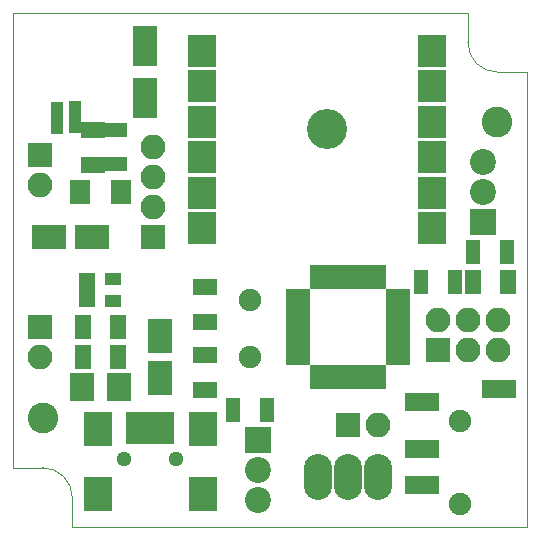
<source format=gts>
G04 #@! TF.FileFunction,Soldermask,Top*
%FSLAX46Y46*%
G04 Gerber Fmt 4.6, Leading zero omitted, Abs format (unit mm)*
G04 Created by KiCad (PCBNEW 4.0.6) date 04/17/17 12:50:54*
%MOMM*%
%LPD*%
G01*
G04 APERTURE LIST*
%ADD10C,0.100000*%
%ADD11C,0.050000*%
%ADD12C,2.600000*%
%ADD13R,1.700000X2.100000*%
%ADD14R,0.900380X2.701240*%
%ADD15R,2.398980X2.899360*%
%ADD16C,1.299160*%
%ADD17R,2.000000X0.950000*%
%ADD18R,0.950000X2.000000*%
%ADD19R,1.460000X1.050000*%
%ADD20R,1.400000X2.000000*%
%ADD21R,2.000000X1.400000*%
%ADD22R,2.051000X2.429460*%
%ADD23R,2.100000X1.300000*%
%ADD24R,1.300000X2.100000*%
%ADD25R,2.000000X3.000000*%
%ADD26R,3.000000X2.000000*%
%ADD27R,2.100000X2.100000*%
%ADD28O,2.100000X2.100000*%
%ADD29R,2.200000X2.200000*%
%ADD30C,2.200000*%
%ADD31R,1.000000X2.700000*%
%ADD32R,1.000000X2.800000*%
%ADD33R,2.900000X1.600000*%
%ADD34C,1.900000*%
%ADD35O,2.400000X3.900000*%
%ADD36R,2.000000X3.400000*%
%ADD37R,2.400000X2.700000*%
%ADD38C,3.400000*%
G04 APERTURE END LIST*
D10*
D11*
X117000000Y-116000000D02*
X117000000Y-118500000D01*
X114500000Y-113500000D02*
X112000000Y-113500000D01*
X117000000Y-116000000D02*
G75*
G03X114500000Y-113500000I-2500000J0D01*
G01*
X150500000Y-77500000D02*
G75*
G03X153000000Y-80000000I2500000J0D01*
G01*
X153000000Y-80000000D02*
X155500000Y-80000000D01*
X150500000Y-75000000D02*
X150500000Y-77500000D01*
X112000000Y-75000000D02*
X150500000Y-75000000D01*
X112000000Y-113500000D02*
X112000000Y-75000000D01*
X155500000Y-118500000D02*
X117000000Y-118500000D01*
X155500000Y-80000000D02*
X155500000Y-118500000D01*
D12*
X114500000Y-109250000D03*
D13*
X121130000Y-90170000D03*
X117630000Y-90170000D03*
D14*
X121999800Y-110150680D03*
X122799900Y-110150680D03*
X123600000Y-110150680D03*
X124400100Y-110150680D03*
X125200200Y-110150680D03*
D15*
X119149920Y-110249740D03*
X119149920Y-115748840D03*
X128050080Y-110249740D03*
X128050080Y-115748840D03*
D16*
X121400360Y-112749100D03*
X125799640Y-112749100D03*
D17*
X136085000Y-98800000D03*
X136085000Y-99600000D03*
X136085000Y-100400000D03*
X136085000Y-101200000D03*
X136085000Y-102000000D03*
X136085000Y-102800000D03*
X136085000Y-103600000D03*
X136085000Y-104400000D03*
D18*
X137535000Y-105850000D03*
X138335000Y-105850000D03*
X139135000Y-105850000D03*
X139935000Y-105850000D03*
X140735000Y-105850000D03*
X141535000Y-105850000D03*
X142335000Y-105850000D03*
X143135000Y-105850000D03*
D17*
X144585000Y-104400000D03*
X144585000Y-103600000D03*
X144585000Y-102800000D03*
X144585000Y-102000000D03*
X144585000Y-101200000D03*
X144585000Y-100400000D03*
X144585000Y-99600000D03*
X144585000Y-98800000D03*
D18*
X143135000Y-97350000D03*
X142335000Y-97350000D03*
X141535000Y-97350000D03*
X140735000Y-97350000D03*
X139935000Y-97350000D03*
X139135000Y-97350000D03*
X138335000Y-97350000D03*
X137535000Y-97350000D03*
D19*
X118280000Y-97475000D03*
X118280000Y-98425000D03*
X118280000Y-99375000D03*
X120480000Y-99375000D03*
X120480000Y-97475000D03*
D20*
X153900000Y-97790000D03*
X150900000Y-97790000D03*
D21*
X128270000Y-103910000D03*
X128270000Y-106910000D03*
X128270000Y-101195000D03*
X128270000Y-98195000D03*
D20*
X120880000Y-104140000D03*
X117880000Y-104140000D03*
X120880000Y-101600000D03*
X117880000Y-101600000D03*
D22*
X120964960Y-106680000D03*
X117795040Y-106680000D03*
D23*
X120650000Y-84910000D03*
X120650000Y-87810000D03*
D24*
X146505000Y-97790000D03*
X149405000Y-97790000D03*
D21*
X118745000Y-87860000D03*
X118745000Y-84860000D03*
D25*
X124460000Y-102340000D03*
X124460000Y-105940000D03*
D26*
X118640000Y-93980000D03*
X115040000Y-93980000D03*
D27*
X147955000Y-103505000D03*
D28*
X147955000Y-100965000D03*
X150495000Y-103505000D03*
X150495000Y-100965000D03*
X153035000Y-103505000D03*
X153035000Y-100965000D03*
D29*
X132715000Y-111125000D03*
D30*
X132715000Y-113665000D03*
X132715000Y-116205000D03*
D27*
X123825000Y-93980000D03*
D28*
X123825000Y-91440000D03*
X123825000Y-88900000D03*
X123825000Y-86360000D03*
D27*
X140335000Y-109855000D03*
D28*
X142875000Y-109855000D03*
D27*
X114300000Y-86995000D03*
D28*
X114300000Y-89535000D03*
D27*
X114300000Y-101600000D03*
D28*
X114300000Y-104140000D03*
D31*
X115709000Y-83870000D03*
D32*
X117209000Y-83820000D03*
D33*
X153110000Y-106835000D03*
X146610000Y-107935000D03*
X146610000Y-111935000D03*
X146610000Y-114935000D03*
D34*
X149860000Y-116535000D03*
X149860000Y-109535000D03*
D24*
X130630000Y-108585000D03*
X133530000Y-108585000D03*
D35*
X137795000Y-114300000D03*
X140335000Y-114300000D03*
X142875000Y-114300000D03*
D36*
X123190000Y-82210000D03*
X123190000Y-77810000D03*
D34*
X132080000Y-104140000D03*
X132080000Y-99260000D03*
D29*
X151765000Y-92710000D03*
D30*
X151765000Y-90170000D03*
X151765000Y-87630000D03*
D24*
X153850000Y-95250000D03*
X150950000Y-95250000D03*
D12*
X153000000Y-84250000D03*
D37*
X147450000Y-93200000D03*
X147450000Y-90200000D03*
X147450000Y-87200000D03*
X147450000Y-84200000D03*
X147450000Y-81200000D03*
X147450000Y-78200000D03*
X127950000Y-93200000D03*
X127950000Y-90200000D03*
X127950000Y-87200000D03*
X127950000Y-84200000D03*
X127950000Y-81200000D03*
D38*
X138550000Y-84800000D03*
D37*
X127950000Y-78200000D03*
M02*

</source>
